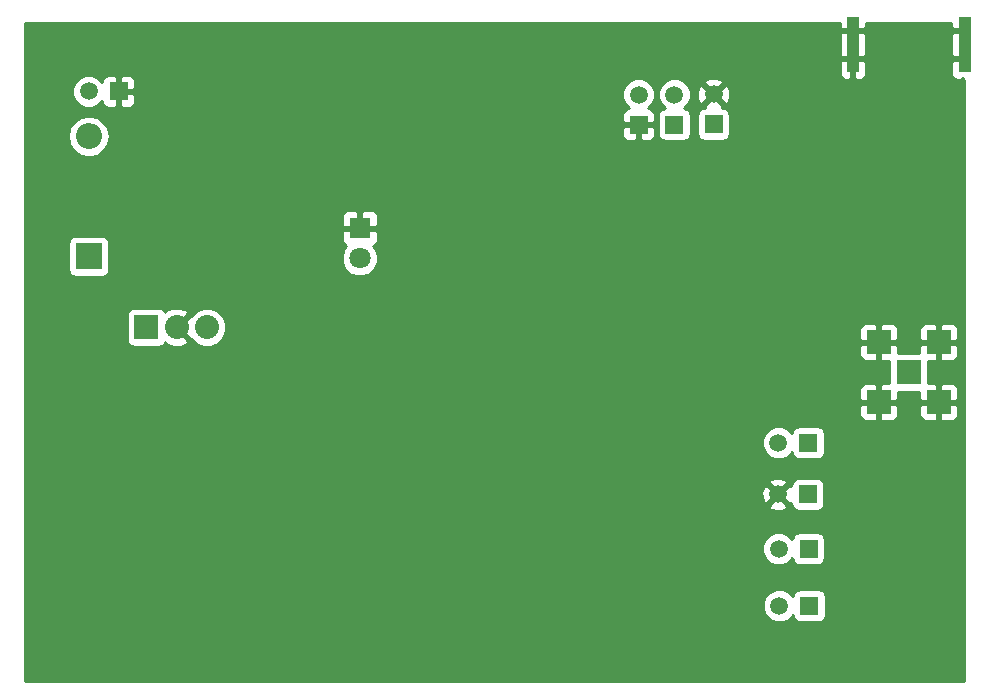
<source format=gbl>
G04 #@! TF.GenerationSoftware,KiCad,Pcbnew,(6.0.0-rc1-dev-305-gf0b8b21)*
G04 #@! TF.CreationDate,2018-11-28T21:02:02-08:00*
G04 #@! TF.ProjectId,EE173_Lab4,45453137335F4C6162342E6B69636164,rev?*
G04 #@! TF.SameCoordinates,Original*
G04 #@! TF.FileFunction,Copper,L2,Bot,Signal*
G04 #@! TF.FilePolarity,Positive*
%FSLAX46Y46*%
G04 Gerber Fmt 4.6, Leading zero omitted, Abs format (unit mm)*
G04 Created by KiCad (PCBNEW (6.0.0-rc1-dev-305-gf0b8b21)) date Wednesday, November 28, 2018 at 09:02:02 PM*
%MOMM*%
%LPD*%
G01*
G04 APERTURE LIST*
G04 #@! TA.AperFunction,ComponentPad*
%ADD10R,2.200000X2.200000*%
G04 #@! TD*
G04 #@! TA.AperFunction,ComponentPad*
%ADD11O,2.200000X2.200000*%
G04 #@! TD*
G04 #@! TA.AperFunction,ComponentPad*
%ADD12R,1.800000X1.800000*%
G04 #@! TD*
G04 #@! TA.AperFunction,ComponentPad*
%ADD13C,1.800000*%
G04 #@! TD*
G04 #@! TA.AperFunction,ComponentPad*
%ADD14C,1.500000*%
G04 #@! TD*
G04 #@! TA.AperFunction,ComponentPad*
%ADD15R,1.500000X1.500000*%
G04 #@! TD*
G04 #@! TA.AperFunction,ComponentPad*
%ADD16R,1.993900X1.993900*%
G04 #@! TD*
G04 #@! TA.AperFunction,ComponentPad*
%ADD17R,0.977900X2.362200*%
G04 #@! TD*
G04 #@! TA.AperFunction,ComponentPad*
%ADD18C,2.032000*%
G04 #@! TD*
G04 #@! TA.AperFunction,ComponentPad*
%ADD19R,2.032000X2.032000*%
G04 #@! TD*
G04 #@! TA.AperFunction,ViaPad*
%ADD20C,0.889000*%
G04 #@! TD*
G04 #@! TA.AperFunction,Conductor*
%ADD21C,0.254000*%
G04 #@! TD*
G04 APERTURE END LIST*
D10*
G04 #@! TO.P,D1,1*
G04 #@! TO.N,Net-(C2-Pad2)*
X189992000Y-53086000D03*
D11*
G04 #@! TO.P,D1,2*
G04 #@! TO.N,Net-(D1-Pad2)*
X189992000Y-42926000D03*
G04 #@! TD*
D12*
G04 #@! TO.P,D2,1*
G04 #@! TO.N,GND*
X212938004Y-50697994D03*
D13*
G04 #@! TO.P,D2,2*
G04 #@! TO.N,Net-(D2-Pad2)*
X212938004Y-53237994D03*
G04 #@! TD*
D14*
G04 #@! TO.P,J1,1*
G04 #@! TO.N,Net-(J1-Pad1)*
X236550200Y-39395400D03*
D15*
G04 #@! TO.P,J1,2*
G04 #@! TO.N,GND*
X236550200Y-41935400D03*
G04 #@! TD*
G04 #@! TO.P,J2,2*
G04 #@! TO.N,GND*
X192532000Y-39116000D03*
D14*
G04 #@! TO.P,J2,1*
G04 #@! TO.N,Net-(D1-Pad2)*
X189992000Y-39116000D03*
G04 #@! TD*
D16*
G04 #@! TO.P,J3,2*
G04 #@! TO.N,GND*
X261960000Y-60350000D03*
X261960000Y-65430000D03*
X256880000Y-60350000D03*
X256880000Y-65430000D03*
G04 #@! TO.P,J3,1*
G04 #@! TO.N,Net-(J3-Pad1)*
X259420000Y-62890000D03*
G04 #@! TD*
D17*
G04 #@! TO.P,J4,2*
G04 #@! TO.N,GND*
X264151110Y-36322000D03*
X264151110Y-33959800D03*
X254689610Y-36322000D03*
X254689610Y-33959800D03*
G04 #@! TD*
D14*
G04 #@! TO.P,JP1,1*
G04 #@! TO.N,Net-(J1-Pad1)*
X239585500Y-39382700D03*
D15*
G04 #@! TO.P,JP1,2*
G04 #@! TO.N,Net-(C1-Pad2)*
X239585500Y-41922700D03*
G04 #@! TD*
G04 #@! TO.P,JP2,2*
G04 #@! TO.N,Net-(C1-Pad2)*
X242900200Y-41910000D03*
D14*
G04 #@! TO.P,JP2,1*
G04 #@! TO.N,GND*
X242900200Y-39370000D03*
G04 #@! TD*
G04 #@! TO.P,JP3,1*
G04 #@! TO.N,GND*
X248350000Y-73230000D03*
D15*
G04 #@! TO.P,JP3,2*
G04 #@! TO.N,Net-(J3-Pad1)*
X250890000Y-73230000D03*
G04 #@! TD*
G04 #@! TO.P,JP4,2*
G04 #@! TO.N,Net-(JP4-Pad2)*
X250940000Y-77830000D03*
D14*
G04 #@! TO.P,JP4,1*
G04 #@! TO.N,Net-(JP4-Pad1)*
X248400000Y-77830000D03*
G04 #@! TD*
G04 #@! TO.P,JP5,1*
G04 #@! TO.N,Net-(JP4-Pad1)*
X248470000Y-82660000D03*
D15*
G04 #@! TO.P,JP5,2*
G04 #@! TO.N,Net-(JP5-Pad2)*
X251010000Y-82660000D03*
G04 #@! TD*
G04 #@! TO.P,JP6,2*
G04 #@! TO.N,Net-(J3-Pad1)*
X250930000Y-68860000D03*
D14*
G04 #@! TO.P,JP6,1*
G04 #@! TO.N,Net-(JP4-Pad1)*
X248390000Y-68860000D03*
G04 #@! TD*
D18*
G04 #@! TO.P,U2,3*
G04 #@! TO.N,+6V*
X199984004Y-59079994D03*
G04 #@! TO.P,U2,2*
G04 #@! TO.N,GND*
X197434004Y-59079994D03*
D19*
G04 #@! TO.P,U2,1*
G04 #@! TO.N,Net-(C2-Pad2)*
X194884004Y-59079994D03*
G04 #@! TD*
D20*
G04 #@! TO.N,GND*
X234358307Y-74490910D03*
X250868307Y-45280910D03*
X200068307Y-46550910D03*
X226738307Y-54170910D03*
X226738307Y-40200910D03*
X197528307Y-70680910D03*
X221658307Y-64330910D03*
G04 #@! TD*
D21*
G04 #@! TO.N,GND*
G36*
X253565660Y-33674050D02*
X253724410Y-33832800D01*
X254562610Y-33832800D01*
X254562610Y-33812800D01*
X254816610Y-33812800D01*
X254816610Y-33832800D01*
X255654810Y-33832800D01*
X255813560Y-33674050D01*
X255813560Y-33290910D01*
X263027160Y-33290910D01*
X263027160Y-33674050D01*
X263185910Y-33832800D01*
X264024110Y-33832800D01*
X264024110Y-33812800D01*
X264128307Y-33812800D01*
X264128307Y-34106800D01*
X264024110Y-34106800D01*
X264024110Y-34086800D01*
X263185910Y-34086800D01*
X263027160Y-34245550D01*
X263027160Y-36036250D01*
X263185910Y-36195000D01*
X264024110Y-36195000D01*
X264024110Y-36175000D01*
X264128307Y-36175000D01*
X264128307Y-36469000D01*
X264024110Y-36469000D01*
X264024110Y-36449000D01*
X263185910Y-36449000D01*
X263027160Y-36607750D01*
X263027160Y-37629410D01*
X263123833Y-37862799D01*
X263302462Y-38041427D01*
X263535851Y-38138100D01*
X263865360Y-38138100D01*
X264024108Y-37979352D01*
X264024108Y-38138100D01*
X264128307Y-38138100D01*
X264128308Y-89020910D01*
X184617004Y-89020910D01*
X184617004Y-82384506D01*
X247085000Y-82384506D01*
X247085000Y-82935494D01*
X247295853Y-83444540D01*
X247685460Y-83834147D01*
X248194506Y-84045000D01*
X248745494Y-84045000D01*
X249254540Y-83834147D01*
X249623531Y-83465156D01*
X249661843Y-83657765D01*
X249802191Y-83867809D01*
X250012235Y-84008157D01*
X250260000Y-84057440D01*
X251760000Y-84057440D01*
X252007765Y-84008157D01*
X252217809Y-83867809D01*
X252358157Y-83657765D01*
X252407440Y-83410000D01*
X252407440Y-81910000D01*
X252358157Y-81662235D01*
X252217809Y-81452191D01*
X252007765Y-81311843D01*
X251760000Y-81262560D01*
X250260000Y-81262560D01*
X250012235Y-81311843D01*
X249802191Y-81452191D01*
X249661843Y-81662235D01*
X249623531Y-81854844D01*
X249254540Y-81485853D01*
X248745494Y-81275000D01*
X248194506Y-81275000D01*
X247685460Y-81485853D01*
X247295853Y-81875460D01*
X247085000Y-82384506D01*
X184617004Y-82384506D01*
X184617004Y-77554506D01*
X247015000Y-77554506D01*
X247015000Y-78105494D01*
X247225853Y-78614540D01*
X247615460Y-79004147D01*
X248124506Y-79215000D01*
X248675494Y-79215000D01*
X249184540Y-79004147D01*
X249553531Y-78635156D01*
X249591843Y-78827765D01*
X249732191Y-79037809D01*
X249942235Y-79178157D01*
X250190000Y-79227440D01*
X251690000Y-79227440D01*
X251937765Y-79178157D01*
X252147809Y-79037809D01*
X252288157Y-78827765D01*
X252337440Y-78580000D01*
X252337440Y-77080000D01*
X252288157Y-76832235D01*
X252147809Y-76622191D01*
X251937765Y-76481843D01*
X251690000Y-76432560D01*
X250190000Y-76432560D01*
X249942235Y-76481843D01*
X249732191Y-76622191D01*
X249591843Y-76832235D01*
X249553531Y-77024844D01*
X249184540Y-76655853D01*
X248675494Y-76445000D01*
X248124506Y-76445000D01*
X247615460Y-76655853D01*
X247225853Y-77045460D01*
X247015000Y-77554506D01*
X184617004Y-77554506D01*
X184617004Y-74201517D01*
X247558088Y-74201517D01*
X247626077Y-74442460D01*
X248145171Y-74627201D01*
X248695448Y-74599230D01*
X249073923Y-74442460D01*
X249141912Y-74201517D01*
X248350000Y-73409605D01*
X247558088Y-74201517D01*
X184617004Y-74201517D01*
X184617004Y-73025171D01*
X246952799Y-73025171D01*
X246980770Y-73575448D01*
X247137540Y-73953923D01*
X247378483Y-74021912D01*
X248170395Y-73230000D01*
X248529605Y-73230000D01*
X249321517Y-74021912D01*
X249492560Y-73973647D01*
X249492560Y-73980000D01*
X249541843Y-74227765D01*
X249682191Y-74437809D01*
X249892235Y-74578157D01*
X250140000Y-74627440D01*
X251640000Y-74627440D01*
X251887765Y-74578157D01*
X252097809Y-74437809D01*
X252238157Y-74227765D01*
X252287440Y-73980000D01*
X252287440Y-72480000D01*
X252238157Y-72232235D01*
X252097809Y-72022191D01*
X251887765Y-71881843D01*
X251640000Y-71832560D01*
X250140000Y-71832560D01*
X249892235Y-71881843D01*
X249682191Y-72022191D01*
X249541843Y-72232235D01*
X249492560Y-72480000D01*
X249492560Y-72486353D01*
X249321517Y-72438088D01*
X248529605Y-73230000D01*
X248170395Y-73230000D01*
X247378483Y-72438088D01*
X247137540Y-72506077D01*
X246952799Y-73025171D01*
X184617004Y-73025171D01*
X184617004Y-72258483D01*
X247558088Y-72258483D01*
X248350000Y-73050395D01*
X249141912Y-72258483D01*
X249073923Y-72017540D01*
X248554829Y-71832799D01*
X248004552Y-71860770D01*
X247626077Y-72017540D01*
X247558088Y-72258483D01*
X184617004Y-72258483D01*
X184617004Y-68584506D01*
X247005000Y-68584506D01*
X247005000Y-69135494D01*
X247215853Y-69644540D01*
X247605460Y-70034147D01*
X248114506Y-70245000D01*
X248665494Y-70245000D01*
X249174540Y-70034147D01*
X249543531Y-69665156D01*
X249581843Y-69857765D01*
X249722191Y-70067809D01*
X249932235Y-70208157D01*
X250180000Y-70257440D01*
X251680000Y-70257440D01*
X251927765Y-70208157D01*
X252137809Y-70067809D01*
X252278157Y-69857765D01*
X252327440Y-69610000D01*
X252327440Y-68110000D01*
X252278157Y-67862235D01*
X252137809Y-67652191D01*
X251927765Y-67511843D01*
X251680000Y-67462560D01*
X250180000Y-67462560D01*
X249932235Y-67511843D01*
X249722191Y-67652191D01*
X249581843Y-67862235D01*
X249543531Y-68054844D01*
X249174540Y-67685853D01*
X248665494Y-67475000D01*
X248114506Y-67475000D01*
X247605460Y-67685853D01*
X247215853Y-68075460D01*
X247005000Y-68584506D01*
X184617004Y-68584506D01*
X184617004Y-65715750D01*
X255248050Y-65715750D01*
X255248050Y-66553259D01*
X255344723Y-66786648D01*
X255523351Y-66965277D01*
X255756740Y-67061950D01*
X256594250Y-67061950D01*
X256753000Y-66903200D01*
X256753000Y-65557000D01*
X257007000Y-65557000D01*
X257007000Y-66903200D01*
X257165750Y-67061950D01*
X258003260Y-67061950D01*
X258236649Y-66965277D01*
X258415277Y-66786648D01*
X258511950Y-66553259D01*
X258511950Y-65715750D01*
X260328050Y-65715750D01*
X260328050Y-66553259D01*
X260424723Y-66786648D01*
X260603351Y-66965277D01*
X260836740Y-67061950D01*
X261674250Y-67061950D01*
X261833000Y-66903200D01*
X261833000Y-65557000D01*
X262087000Y-65557000D01*
X262087000Y-66903200D01*
X262245750Y-67061950D01*
X263083260Y-67061950D01*
X263316649Y-66965277D01*
X263495277Y-66786648D01*
X263591950Y-66553259D01*
X263591950Y-65715750D01*
X263433200Y-65557000D01*
X262087000Y-65557000D01*
X261833000Y-65557000D01*
X260486800Y-65557000D01*
X260328050Y-65715750D01*
X258511950Y-65715750D01*
X258353200Y-65557000D01*
X257007000Y-65557000D01*
X256753000Y-65557000D01*
X255406800Y-65557000D01*
X255248050Y-65715750D01*
X184617004Y-65715750D01*
X184617004Y-64306741D01*
X255248050Y-64306741D01*
X255248050Y-65144250D01*
X255406800Y-65303000D01*
X256753000Y-65303000D01*
X256753000Y-63956800D01*
X256594250Y-63798050D01*
X255756740Y-63798050D01*
X255523351Y-63894723D01*
X255344723Y-64073352D01*
X255248050Y-64306741D01*
X184617004Y-64306741D01*
X184617004Y-58063994D01*
X193220564Y-58063994D01*
X193220564Y-60095994D01*
X193269847Y-60343759D01*
X193410195Y-60553803D01*
X193620239Y-60694151D01*
X193868004Y-60743434D01*
X195900004Y-60743434D01*
X196147769Y-60694151D01*
X196357813Y-60553803D01*
X196490913Y-60354607D01*
X196550124Y-60512616D01*
X197165646Y-60741810D01*
X197822023Y-60718008D01*
X198317884Y-60512616D01*
X198418506Y-60244101D01*
X197434004Y-59259599D01*
X197419862Y-59273742D01*
X197240257Y-59094137D01*
X197254399Y-59079994D01*
X197613609Y-59079994D01*
X198598111Y-60064496D01*
X198623955Y-60054811D01*
X199048788Y-60479644D01*
X199655600Y-60730994D01*
X200312408Y-60730994D01*
X200542347Y-60635750D01*
X255248050Y-60635750D01*
X255248050Y-61473259D01*
X255344723Y-61706648D01*
X255523351Y-61885277D01*
X255756740Y-61981950D01*
X256594250Y-61981950D01*
X256753000Y-61823200D01*
X256753000Y-60477000D01*
X257007000Y-60477000D01*
X257007000Y-61823200D01*
X257165750Y-61981950D01*
X257775610Y-61981950D01*
X257775610Y-63798050D01*
X257165750Y-63798050D01*
X257007000Y-63956800D01*
X257007000Y-65303000D01*
X258353200Y-65303000D01*
X258511950Y-65144250D01*
X258511950Y-64534390D01*
X260328050Y-64534390D01*
X260328050Y-65144250D01*
X260486800Y-65303000D01*
X261833000Y-65303000D01*
X261833000Y-63956800D01*
X262087000Y-63956800D01*
X262087000Y-65303000D01*
X263433200Y-65303000D01*
X263591950Y-65144250D01*
X263591950Y-64306741D01*
X263495277Y-64073352D01*
X263316649Y-63894723D01*
X263083260Y-63798050D01*
X262245750Y-63798050D01*
X262087000Y-63956800D01*
X261833000Y-63956800D01*
X261674250Y-63798050D01*
X261064390Y-63798050D01*
X261064390Y-61981950D01*
X261674250Y-61981950D01*
X261833000Y-61823200D01*
X261833000Y-60477000D01*
X262087000Y-60477000D01*
X262087000Y-61823200D01*
X262245750Y-61981950D01*
X263083260Y-61981950D01*
X263316649Y-61885277D01*
X263495277Y-61706648D01*
X263591950Y-61473259D01*
X263591950Y-60635750D01*
X263433200Y-60477000D01*
X262087000Y-60477000D01*
X261833000Y-60477000D01*
X260486800Y-60477000D01*
X260328050Y-60635750D01*
X260328050Y-61245610D01*
X258511950Y-61245610D01*
X258511950Y-60635750D01*
X258353200Y-60477000D01*
X257007000Y-60477000D01*
X256753000Y-60477000D01*
X255406800Y-60477000D01*
X255248050Y-60635750D01*
X200542347Y-60635750D01*
X200919220Y-60479644D01*
X201383654Y-60015210D01*
X201635004Y-59408398D01*
X201635004Y-59226741D01*
X255248050Y-59226741D01*
X255248050Y-60064250D01*
X255406800Y-60223000D01*
X256753000Y-60223000D01*
X256753000Y-58876800D01*
X257007000Y-58876800D01*
X257007000Y-60223000D01*
X258353200Y-60223000D01*
X258511950Y-60064250D01*
X258511950Y-59226741D01*
X260328050Y-59226741D01*
X260328050Y-60064250D01*
X260486800Y-60223000D01*
X261833000Y-60223000D01*
X261833000Y-58876800D01*
X262087000Y-58876800D01*
X262087000Y-60223000D01*
X263433200Y-60223000D01*
X263591950Y-60064250D01*
X263591950Y-59226741D01*
X263495277Y-58993352D01*
X263316649Y-58814723D01*
X263083260Y-58718050D01*
X262245750Y-58718050D01*
X262087000Y-58876800D01*
X261833000Y-58876800D01*
X261674250Y-58718050D01*
X260836740Y-58718050D01*
X260603351Y-58814723D01*
X260424723Y-58993352D01*
X260328050Y-59226741D01*
X258511950Y-59226741D01*
X258415277Y-58993352D01*
X258236649Y-58814723D01*
X258003260Y-58718050D01*
X257165750Y-58718050D01*
X257007000Y-58876800D01*
X256753000Y-58876800D01*
X256594250Y-58718050D01*
X255756740Y-58718050D01*
X255523351Y-58814723D01*
X255344723Y-58993352D01*
X255248050Y-59226741D01*
X201635004Y-59226741D01*
X201635004Y-58751590D01*
X201383654Y-58144778D01*
X200919220Y-57680344D01*
X200312408Y-57428994D01*
X199655600Y-57428994D01*
X199048788Y-57680344D01*
X198623955Y-58105177D01*
X198598111Y-58095492D01*
X197613609Y-59079994D01*
X197254399Y-59079994D01*
X197240257Y-59065852D01*
X197419862Y-58886247D01*
X197434004Y-58900389D01*
X198418506Y-57915887D01*
X198317884Y-57647372D01*
X197702362Y-57418178D01*
X197045985Y-57441980D01*
X196550124Y-57647372D01*
X196490913Y-57805381D01*
X196357813Y-57606185D01*
X196147769Y-57465837D01*
X195900004Y-57416554D01*
X193868004Y-57416554D01*
X193620239Y-57465837D01*
X193410195Y-57606185D01*
X193269847Y-57816229D01*
X193220564Y-58063994D01*
X184617004Y-58063994D01*
X184617004Y-51986000D01*
X188244560Y-51986000D01*
X188244560Y-54186000D01*
X188293843Y-54433765D01*
X188434191Y-54643809D01*
X188644235Y-54784157D01*
X188892000Y-54833440D01*
X191092000Y-54833440D01*
X191339765Y-54784157D01*
X191549809Y-54643809D01*
X191690157Y-54433765D01*
X191739440Y-54186000D01*
X191739440Y-51986000D01*
X191690157Y-51738235D01*
X191549809Y-51528191D01*
X191339765Y-51387843D01*
X191092000Y-51338560D01*
X188892000Y-51338560D01*
X188644235Y-51387843D01*
X188434191Y-51528191D01*
X188293843Y-51738235D01*
X188244560Y-51986000D01*
X184617004Y-51986000D01*
X184617004Y-50983744D01*
X211403004Y-50983744D01*
X211403004Y-51724303D01*
X211499677Y-51957692D01*
X211678305Y-52136321D01*
X211813048Y-52192133D01*
X211636694Y-52368487D01*
X211403004Y-52932664D01*
X211403004Y-53543324D01*
X211636694Y-54107501D01*
X212068497Y-54539304D01*
X212632674Y-54772994D01*
X213243334Y-54772994D01*
X213807511Y-54539304D01*
X214239314Y-54107501D01*
X214473004Y-53543324D01*
X214473004Y-52932664D01*
X214239314Y-52368487D01*
X214062960Y-52192133D01*
X214197703Y-52136321D01*
X214376331Y-51957692D01*
X214473004Y-51724303D01*
X214473004Y-50983744D01*
X214314254Y-50824994D01*
X213065004Y-50824994D01*
X213065004Y-50844994D01*
X212811004Y-50844994D01*
X212811004Y-50824994D01*
X211561754Y-50824994D01*
X211403004Y-50983744D01*
X184617004Y-50983744D01*
X184617004Y-49671685D01*
X211403004Y-49671685D01*
X211403004Y-50412244D01*
X211561754Y-50570994D01*
X212811004Y-50570994D01*
X212811004Y-49321744D01*
X213065004Y-49321744D01*
X213065004Y-50570994D01*
X214314254Y-50570994D01*
X214473004Y-50412244D01*
X214473004Y-49671685D01*
X214376331Y-49438296D01*
X214197703Y-49259667D01*
X213964314Y-49162994D01*
X213223754Y-49162994D01*
X213065004Y-49321744D01*
X212811004Y-49321744D01*
X212652254Y-49162994D01*
X211911694Y-49162994D01*
X211678305Y-49259667D01*
X211499677Y-49438296D01*
X211403004Y-49671685D01*
X184617004Y-49671685D01*
X184617004Y-42926000D01*
X188223010Y-42926000D01*
X188357666Y-43602963D01*
X188741135Y-44176865D01*
X189315037Y-44560334D01*
X189821120Y-44661000D01*
X190162880Y-44661000D01*
X190668963Y-44560334D01*
X191242865Y-44176865D01*
X191626334Y-43602963D01*
X191760990Y-42926000D01*
X191626334Y-42249037D01*
X191607701Y-42221150D01*
X235165200Y-42221150D01*
X235165200Y-42811709D01*
X235261873Y-43045098D01*
X235440501Y-43223727D01*
X235673890Y-43320400D01*
X236264450Y-43320400D01*
X236423200Y-43161650D01*
X236423200Y-42062400D01*
X236677200Y-42062400D01*
X236677200Y-43161650D01*
X236835950Y-43320400D01*
X237426510Y-43320400D01*
X237659899Y-43223727D01*
X237838527Y-43045098D01*
X237935200Y-42811709D01*
X237935200Y-42221150D01*
X237776450Y-42062400D01*
X236677200Y-42062400D01*
X236423200Y-42062400D01*
X235323950Y-42062400D01*
X235165200Y-42221150D01*
X191607701Y-42221150D01*
X191242865Y-41675135D01*
X190668963Y-41291666D01*
X190162880Y-41191000D01*
X189821120Y-41191000D01*
X189315037Y-41291666D01*
X188741135Y-41675135D01*
X188357666Y-42249037D01*
X188223010Y-42926000D01*
X184617004Y-42926000D01*
X184617004Y-38840506D01*
X188607000Y-38840506D01*
X188607000Y-39391494D01*
X188817853Y-39900540D01*
X189207460Y-40290147D01*
X189716506Y-40501000D01*
X190267494Y-40501000D01*
X190776540Y-40290147D01*
X191147000Y-39919687D01*
X191147000Y-39992310D01*
X191243673Y-40225699D01*
X191422302Y-40404327D01*
X191655691Y-40501000D01*
X192246250Y-40501000D01*
X192405000Y-40342250D01*
X192405000Y-39243000D01*
X192659000Y-39243000D01*
X192659000Y-40342250D01*
X192817750Y-40501000D01*
X193408309Y-40501000D01*
X193641698Y-40404327D01*
X193820327Y-40225699D01*
X193917000Y-39992310D01*
X193917000Y-39401750D01*
X193758250Y-39243000D01*
X192659000Y-39243000D01*
X192405000Y-39243000D01*
X192385000Y-39243000D01*
X192385000Y-39119906D01*
X235165200Y-39119906D01*
X235165200Y-39670894D01*
X235376053Y-40179940D01*
X235746513Y-40550400D01*
X235673890Y-40550400D01*
X235440501Y-40647073D01*
X235261873Y-40825702D01*
X235165200Y-41059091D01*
X235165200Y-41649650D01*
X235323950Y-41808400D01*
X236423200Y-41808400D01*
X236423200Y-41788400D01*
X236677200Y-41788400D01*
X236677200Y-41808400D01*
X237776450Y-41808400D01*
X237935200Y-41649650D01*
X237935200Y-41172700D01*
X238188060Y-41172700D01*
X238188060Y-42672700D01*
X238237343Y-42920465D01*
X238377691Y-43130509D01*
X238587735Y-43270857D01*
X238835500Y-43320140D01*
X240335500Y-43320140D01*
X240583265Y-43270857D01*
X240793309Y-43130509D01*
X240933657Y-42920465D01*
X240982940Y-42672700D01*
X240982940Y-41172700D01*
X240980414Y-41160000D01*
X241502760Y-41160000D01*
X241502760Y-42660000D01*
X241552043Y-42907765D01*
X241692391Y-43117809D01*
X241902435Y-43258157D01*
X242150200Y-43307440D01*
X243650200Y-43307440D01*
X243897965Y-43258157D01*
X244108009Y-43117809D01*
X244248357Y-42907765D01*
X244297640Y-42660000D01*
X244297640Y-41160000D01*
X244248357Y-40912235D01*
X244108009Y-40702191D01*
X243897965Y-40561843D01*
X243650200Y-40512560D01*
X243643847Y-40512560D01*
X243692112Y-40341517D01*
X242900200Y-39549605D01*
X242108288Y-40341517D01*
X242156553Y-40512560D01*
X242150200Y-40512560D01*
X241902435Y-40561843D01*
X241692391Y-40702191D01*
X241552043Y-40912235D01*
X241502760Y-41160000D01*
X240980414Y-41160000D01*
X240933657Y-40924935D01*
X240793309Y-40714891D01*
X240583265Y-40574543D01*
X240390656Y-40536231D01*
X240759647Y-40167240D01*
X240970500Y-39658194D01*
X240970500Y-39165171D01*
X241502999Y-39165171D01*
X241530970Y-39715448D01*
X241687740Y-40093923D01*
X241928683Y-40161912D01*
X242720595Y-39370000D01*
X243079805Y-39370000D01*
X243871717Y-40161912D01*
X244112660Y-40093923D01*
X244297401Y-39574829D01*
X244269430Y-39024552D01*
X244112660Y-38646077D01*
X243871717Y-38578088D01*
X243079805Y-39370000D01*
X242720595Y-39370000D01*
X241928683Y-38578088D01*
X241687740Y-38646077D01*
X241502999Y-39165171D01*
X240970500Y-39165171D01*
X240970500Y-39107206D01*
X240759647Y-38598160D01*
X240559970Y-38398483D01*
X242108288Y-38398483D01*
X242900200Y-39190395D01*
X243692112Y-38398483D01*
X243624123Y-38157540D01*
X243105029Y-37972799D01*
X242554752Y-38000770D01*
X242176277Y-38157540D01*
X242108288Y-38398483D01*
X240559970Y-38398483D01*
X240370040Y-38208553D01*
X239860994Y-37997700D01*
X239310006Y-37997700D01*
X238800960Y-38208553D01*
X238411353Y-38598160D01*
X238200500Y-39107206D01*
X238200500Y-39658194D01*
X238411353Y-40167240D01*
X238780344Y-40536231D01*
X238587735Y-40574543D01*
X238377691Y-40714891D01*
X238237343Y-40924935D01*
X238188060Y-41172700D01*
X237935200Y-41172700D01*
X237935200Y-41059091D01*
X237838527Y-40825702D01*
X237659899Y-40647073D01*
X237426510Y-40550400D01*
X237353887Y-40550400D01*
X237724347Y-40179940D01*
X237935200Y-39670894D01*
X237935200Y-39119906D01*
X237724347Y-38610860D01*
X237334740Y-38221253D01*
X236825694Y-38010400D01*
X236274706Y-38010400D01*
X235765660Y-38221253D01*
X235376053Y-38610860D01*
X235165200Y-39119906D01*
X192385000Y-39119906D01*
X192385000Y-38989000D01*
X192405000Y-38989000D01*
X192405000Y-37889750D01*
X192659000Y-37889750D01*
X192659000Y-38989000D01*
X193758250Y-38989000D01*
X193917000Y-38830250D01*
X193917000Y-38239690D01*
X193820327Y-38006301D01*
X193641698Y-37827673D01*
X193408309Y-37731000D01*
X192817750Y-37731000D01*
X192659000Y-37889750D01*
X192405000Y-37889750D01*
X192246250Y-37731000D01*
X191655691Y-37731000D01*
X191422302Y-37827673D01*
X191243673Y-38006301D01*
X191147000Y-38239690D01*
X191147000Y-38312313D01*
X190776540Y-37941853D01*
X190267494Y-37731000D01*
X189716506Y-37731000D01*
X189207460Y-37941853D01*
X188817853Y-38331460D01*
X188607000Y-38840506D01*
X184617004Y-38840506D01*
X184617004Y-36607750D01*
X253565660Y-36607750D01*
X253565660Y-37629410D01*
X253662333Y-37862799D01*
X253840962Y-38041427D01*
X254074351Y-38138100D01*
X254403860Y-38138100D01*
X254562610Y-37979350D01*
X254562610Y-36449000D01*
X254816610Y-36449000D01*
X254816610Y-37979350D01*
X254975360Y-38138100D01*
X255304869Y-38138100D01*
X255538258Y-38041427D01*
X255716887Y-37862799D01*
X255813560Y-37629410D01*
X255813560Y-36607750D01*
X255654810Y-36449000D01*
X254816610Y-36449000D01*
X254562610Y-36449000D01*
X253724410Y-36449000D01*
X253565660Y-36607750D01*
X184617004Y-36607750D01*
X184617004Y-34245550D01*
X253565660Y-34245550D01*
X253565660Y-36036250D01*
X253724410Y-36195000D01*
X254562610Y-36195000D01*
X254562610Y-34086800D01*
X254816610Y-34086800D01*
X254816610Y-36195000D01*
X255654810Y-36195000D01*
X255813560Y-36036250D01*
X255813560Y-34245550D01*
X255654810Y-34086800D01*
X254816610Y-34086800D01*
X254562610Y-34086800D01*
X253724410Y-34086800D01*
X253565660Y-34245550D01*
X184617004Y-34245550D01*
X184617004Y-33290910D01*
X253565660Y-33290910D01*
X253565660Y-33674050D01*
X253565660Y-33674050D01*
G37*
X253565660Y-33674050D02*
X253724410Y-33832800D01*
X254562610Y-33832800D01*
X254562610Y-33812800D01*
X254816610Y-33812800D01*
X254816610Y-33832800D01*
X255654810Y-33832800D01*
X255813560Y-33674050D01*
X255813560Y-33290910D01*
X263027160Y-33290910D01*
X263027160Y-33674050D01*
X263185910Y-33832800D01*
X264024110Y-33832800D01*
X264024110Y-33812800D01*
X264128307Y-33812800D01*
X264128307Y-34106800D01*
X264024110Y-34106800D01*
X264024110Y-34086800D01*
X263185910Y-34086800D01*
X263027160Y-34245550D01*
X263027160Y-36036250D01*
X263185910Y-36195000D01*
X264024110Y-36195000D01*
X264024110Y-36175000D01*
X264128307Y-36175000D01*
X264128307Y-36469000D01*
X264024110Y-36469000D01*
X264024110Y-36449000D01*
X263185910Y-36449000D01*
X263027160Y-36607750D01*
X263027160Y-37629410D01*
X263123833Y-37862799D01*
X263302462Y-38041427D01*
X263535851Y-38138100D01*
X263865360Y-38138100D01*
X264024108Y-37979352D01*
X264024108Y-38138100D01*
X264128307Y-38138100D01*
X264128308Y-89020910D01*
X184617004Y-89020910D01*
X184617004Y-82384506D01*
X247085000Y-82384506D01*
X247085000Y-82935494D01*
X247295853Y-83444540D01*
X247685460Y-83834147D01*
X248194506Y-84045000D01*
X248745494Y-84045000D01*
X249254540Y-83834147D01*
X249623531Y-83465156D01*
X249661843Y-83657765D01*
X249802191Y-83867809D01*
X250012235Y-84008157D01*
X250260000Y-84057440D01*
X251760000Y-84057440D01*
X252007765Y-84008157D01*
X252217809Y-83867809D01*
X252358157Y-83657765D01*
X252407440Y-83410000D01*
X252407440Y-81910000D01*
X252358157Y-81662235D01*
X252217809Y-81452191D01*
X252007765Y-81311843D01*
X251760000Y-81262560D01*
X250260000Y-81262560D01*
X250012235Y-81311843D01*
X249802191Y-81452191D01*
X249661843Y-81662235D01*
X249623531Y-81854844D01*
X249254540Y-81485853D01*
X248745494Y-81275000D01*
X248194506Y-81275000D01*
X247685460Y-81485853D01*
X247295853Y-81875460D01*
X247085000Y-82384506D01*
X184617004Y-82384506D01*
X184617004Y-77554506D01*
X247015000Y-77554506D01*
X247015000Y-78105494D01*
X247225853Y-78614540D01*
X247615460Y-79004147D01*
X248124506Y-79215000D01*
X248675494Y-79215000D01*
X249184540Y-79004147D01*
X249553531Y-78635156D01*
X249591843Y-78827765D01*
X249732191Y-79037809D01*
X249942235Y-79178157D01*
X250190000Y-79227440D01*
X251690000Y-79227440D01*
X251937765Y-79178157D01*
X252147809Y-79037809D01*
X252288157Y-78827765D01*
X252337440Y-78580000D01*
X252337440Y-77080000D01*
X252288157Y-76832235D01*
X252147809Y-76622191D01*
X251937765Y-76481843D01*
X251690000Y-76432560D01*
X250190000Y-76432560D01*
X249942235Y-76481843D01*
X249732191Y-76622191D01*
X249591843Y-76832235D01*
X249553531Y-77024844D01*
X249184540Y-76655853D01*
X248675494Y-76445000D01*
X248124506Y-76445000D01*
X247615460Y-76655853D01*
X247225853Y-77045460D01*
X247015000Y-77554506D01*
X184617004Y-77554506D01*
X184617004Y-74201517D01*
X247558088Y-74201517D01*
X247626077Y-74442460D01*
X248145171Y-74627201D01*
X248695448Y-74599230D01*
X249073923Y-74442460D01*
X249141912Y-74201517D01*
X248350000Y-73409605D01*
X247558088Y-74201517D01*
X184617004Y-74201517D01*
X184617004Y-73025171D01*
X246952799Y-73025171D01*
X246980770Y-73575448D01*
X247137540Y-73953923D01*
X247378483Y-74021912D01*
X248170395Y-73230000D01*
X248529605Y-73230000D01*
X249321517Y-74021912D01*
X249492560Y-73973647D01*
X249492560Y-73980000D01*
X249541843Y-74227765D01*
X249682191Y-74437809D01*
X249892235Y-74578157D01*
X250140000Y-74627440D01*
X251640000Y-74627440D01*
X251887765Y-74578157D01*
X252097809Y-74437809D01*
X252238157Y-74227765D01*
X252287440Y-73980000D01*
X252287440Y-72480000D01*
X252238157Y-72232235D01*
X252097809Y-72022191D01*
X251887765Y-71881843D01*
X251640000Y-71832560D01*
X250140000Y-71832560D01*
X249892235Y-71881843D01*
X249682191Y-72022191D01*
X249541843Y-72232235D01*
X249492560Y-72480000D01*
X249492560Y-72486353D01*
X249321517Y-72438088D01*
X248529605Y-73230000D01*
X248170395Y-73230000D01*
X247378483Y-72438088D01*
X247137540Y-72506077D01*
X246952799Y-73025171D01*
X184617004Y-73025171D01*
X184617004Y-72258483D01*
X247558088Y-72258483D01*
X248350000Y-73050395D01*
X249141912Y-72258483D01*
X249073923Y-72017540D01*
X248554829Y-71832799D01*
X248004552Y-71860770D01*
X247626077Y-72017540D01*
X247558088Y-72258483D01*
X184617004Y-72258483D01*
X184617004Y-68584506D01*
X247005000Y-68584506D01*
X247005000Y-69135494D01*
X247215853Y-69644540D01*
X247605460Y-70034147D01*
X248114506Y-70245000D01*
X248665494Y-70245000D01*
X249174540Y-70034147D01*
X249543531Y-69665156D01*
X249581843Y-69857765D01*
X249722191Y-70067809D01*
X249932235Y-70208157D01*
X250180000Y-70257440D01*
X251680000Y-70257440D01*
X251927765Y-70208157D01*
X252137809Y-70067809D01*
X252278157Y-69857765D01*
X252327440Y-69610000D01*
X252327440Y-68110000D01*
X252278157Y-67862235D01*
X252137809Y-67652191D01*
X251927765Y-67511843D01*
X251680000Y-67462560D01*
X250180000Y-67462560D01*
X249932235Y-67511843D01*
X249722191Y-67652191D01*
X249581843Y-67862235D01*
X249543531Y-68054844D01*
X249174540Y-67685853D01*
X248665494Y-67475000D01*
X248114506Y-67475000D01*
X247605460Y-67685853D01*
X247215853Y-68075460D01*
X247005000Y-68584506D01*
X184617004Y-68584506D01*
X184617004Y-65715750D01*
X255248050Y-65715750D01*
X255248050Y-66553259D01*
X255344723Y-66786648D01*
X255523351Y-66965277D01*
X255756740Y-67061950D01*
X256594250Y-67061950D01*
X256753000Y-66903200D01*
X256753000Y-65557000D01*
X257007000Y-65557000D01*
X257007000Y-66903200D01*
X257165750Y-67061950D01*
X258003260Y-67061950D01*
X258236649Y-66965277D01*
X258415277Y-66786648D01*
X258511950Y-66553259D01*
X258511950Y-65715750D01*
X260328050Y-65715750D01*
X260328050Y-66553259D01*
X260424723Y-66786648D01*
X260603351Y-66965277D01*
X260836740Y-67061950D01*
X261674250Y-67061950D01*
X261833000Y-66903200D01*
X261833000Y-65557000D01*
X262087000Y-65557000D01*
X262087000Y-66903200D01*
X262245750Y-67061950D01*
X263083260Y-67061950D01*
X263316649Y-66965277D01*
X263495277Y-66786648D01*
X263591950Y-66553259D01*
X263591950Y-65715750D01*
X263433200Y-65557000D01*
X262087000Y-65557000D01*
X261833000Y-65557000D01*
X260486800Y-65557000D01*
X260328050Y-65715750D01*
X258511950Y-65715750D01*
X258353200Y-65557000D01*
X257007000Y-65557000D01*
X256753000Y-65557000D01*
X255406800Y-65557000D01*
X255248050Y-65715750D01*
X184617004Y-65715750D01*
X184617004Y-64306741D01*
X255248050Y-64306741D01*
X255248050Y-65144250D01*
X255406800Y-65303000D01*
X256753000Y-65303000D01*
X256753000Y-63956800D01*
X256594250Y-63798050D01*
X255756740Y-63798050D01*
X255523351Y-63894723D01*
X255344723Y-64073352D01*
X255248050Y-64306741D01*
X184617004Y-64306741D01*
X184617004Y-58063994D01*
X193220564Y-58063994D01*
X193220564Y-60095994D01*
X193269847Y-60343759D01*
X193410195Y-60553803D01*
X193620239Y-60694151D01*
X193868004Y-60743434D01*
X195900004Y-60743434D01*
X196147769Y-60694151D01*
X196357813Y-60553803D01*
X196490913Y-60354607D01*
X196550124Y-60512616D01*
X197165646Y-60741810D01*
X197822023Y-60718008D01*
X198317884Y-60512616D01*
X198418506Y-60244101D01*
X197434004Y-59259599D01*
X197419862Y-59273742D01*
X197240257Y-59094137D01*
X197254399Y-59079994D01*
X197613609Y-59079994D01*
X198598111Y-60064496D01*
X198623955Y-60054811D01*
X199048788Y-60479644D01*
X199655600Y-60730994D01*
X200312408Y-60730994D01*
X200542347Y-60635750D01*
X255248050Y-60635750D01*
X255248050Y-61473259D01*
X255344723Y-61706648D01*
X255523351Y-61885277D01*
X255756740Y-61981950D01*
X256594250Y-61981950D01*
X256753000Y-61823200D01*
X256753000Y-60477000D01*
X257007000Y-60477000D01*
X257007000Y-61823200D01*
X257165750Y-61981950D01*
X257775610Y-61981950D01*
X257775610Y-63798050D01*
X257165750Y-63798050D01*
X257007000Y-63956800D01*
X257007000Y-65303000D01*
X258353200Y-65303000D01*
X258511950Y-65144250D01*
X258511950Y-64534390D01*
X260328050Y-64534390D01*
X260328050Y-65144250D01*
X260486800Y-65303000D01*
X261833000Y-65303000D01*
X261833000Y-63956800D01*
X262087000Y-63956800D01*
X262087000Y-65303000D01*
X263433200Y-65303000D01*
X263591950Y-65144250D01*
X263591950Y-64306741D01*
X263495277Y-64073352D01*
X263316649Y-63894723D01*
X263083260Y-63798050D01*
X262245750Y-63798050D01*
X262087000Y-63956800D01*
X261833000Y-63956800D01*
X261674250Y-63798050D01*
X261064390Y-63798050D01*
X261064390Y-61981950D01*
X261674250Y-61981950D01*
X261833000Y-61823200D01*
X261833000Y-60477000D01*
X262087000Y-60477000D01*
X262087000Y-61823200D01*
X262245750Y-61981950D01*
X263083260Y-61981950D01*
X263316649Y-61885277D01*
X263495277Y-61706648D01*
X263591950Y-61473259D01*
X263591950Y-60635750D01*
X263433200Y-60477000D01*
X262087000Y-60477000D01*
X261833000Y-60477000D01*
X260486800Y-60477000D01*
X260328050Y-60635750D01*
X260328050Y-61245610D01*
X258511950Y-61245610D01*
X258511950Y-60635750D01*
X258353200Y-60477000D01*
X257007000Y-60477000D01*
X256753000Y-60477000D01*
X255406800Y-60477000D01*
X255248050Y-60635750D01*
X200542347Y-60635750D01*
X200919220Y-60479644D01*
X201383654Y-60015210D01*
X201635004Y-59408398D01*
X201635004Y-59226741D01*
X255248050Y-59226741D01*
X255248050Y-60064250D01*
X255406800Y-60223000D01*
X256753000Y-60223000D01*
X256753000Y-58876800D01*
X257007000Y-58876800D01*
X257007000Y-60223000D01*
X258353200Y-60223000D01*
X258511950Y-60064250D01*
X258511950Y-59226741D01*
X260328050Y-59226741D01*
X260328050Y-60064250D01*
X260486800Y-60223000D01*
X261833000Y-60223000D01*
X261833000Y-58876800D01*
X262087000Y-58876800D01*
X262087000Y-60223000D01*
X263433200Y-60223000D01*
X263591950Y-60064250D01*
X263591950Y-59226741D01*
X263495277Y-58993352D01*
X263316649Y-58814723D01*
X263083260Y-58718050D01*
X262245750Y-58718050D01*
X262087000Y-58876800D01*
X261833000Y-58876800D01*
X261674250Y-58718050D01*
X260836740Y-58718050D01*
X260603351Y-58814723D01*
X260424723Y-58993352D01*
X260328050Y-59226741D01*
X258511950Y-59226741D01*
X258415277Y-58993352D01*
X258236649Y-58814723D01*
X258003260Y-58718050D01*
X257165750Y-58718050D01*
X257007000Y-58876800D01*
X256753000Y-58876800D01*
X256594250Y-58718050D01*
X255756740Y-58718050D01*
X255523351Y-58814723D01*
X255344723Y-58993352D01*
X255248050Y-59226741D01*
X201635004Y-59226741D01*
X201635004Y-58751590D01*
X201383654Y-58144778D01*
X200919220Y-57680344D01*
X200312408Y-57428994D01*
X199655600Y-57428994D01*
X199048788Y-57680344D01*
X198623955Y-58105177D01*
X198598111Y-58095492D01*
X197613609Y-59079994D01*
X197254399Y-59079994D01*
X197240257Y-59065852D01*
X197419862Y-58886247D01*
X197434004Y-58900389D01*
X198418506Y-57915887D01*
X198317884Y-57647372D01*
X197702362Y-57418178D01*
X197045985Y-57441980D01*
X196550124Y-57647372D01*
X196490913Y-57805381D01*
X196357813Y-57606185D01*
X196147769Y-57465837D01*
X195900004Y-57416554D01*
X193868004Y-57416554D01*
X193620239Y-57465837D01*
X193410195Y-57606185D01*
X193269847Y-57816229D01*
X193220564Y-58063994D01*
X184617004Y-58063994D01*
X184617004Y-51986000D01*
X188244560Y-51986000D01*
X188244560Y-54186000D01*
X188293843Y-54433765D01*
X188434191Y-54643809D01*
X188644235Y-54784157D01*
X188892000Y-54833440D01*
X191092000Y-54833440D01*
X191339765Y-54784157D01*
X191549809Y-54643809D01*
X191690157Y-54433765D01*
X191739440Y-54186000D01*
X191739440Y-51986000D01*
X191690157Y-51738235D01*
X191549809Y-51528191D01*
X191339765Y-51387843D01*
X191092000Y-51338560D01*
X188892000Y-51338560D01*
X188644235Y-51387843D01*
X188434191Y-51528191D01*
X188293843Y-51738235D01*
X188244560Y-51986000D01*
X184617004Y-51986000D01*
X184617004Y-50983744D01*
X211403004Y-50983744D01*
X211403004Y-51724303D01*
X211499677Y-51957692D01*
X211678305Y-52136321D01*
X211813048Y-52192133D01*
X211636694Y-52368487D01*
X211403004Y-52932664D01*
X211403004Y-53543324D01*
X211636694Y-54107501D01*
X212068497Y-54539304D01*
X212632674Y-54772994D01*
X213243334Y-54772994D01*
X213807511Y-54539304D01*
X214239314Y-54107501D01*
X214473004Y-53543324D01*
X214473004Y-52932664D01*
X214239314Y-52368487D01*
X214062960Y-52192133D01*
X214197703Y-52136321D01*
X214376331Y-51957692D01*
X214473004Y-51724303D01*
X214473004Y-50983744D01*
X214314254Y-50824994D01*
X213065004Y-50824994D01*
X213065004Y-50844994D01*
X212811004Y-50844994D01*
X212811004Y-50824994D01*
X211561754Y-50824994D01*
X211403004Y-50983744D01*
X184617004Y-50983744D01*
X184617004Y-49671685D01*
X211403004Y-49671685D01*
X211403004Y-50412244D01*
X211561754Y-50570994D01*
X212811004Y-50570994D01*
X212811004Y-49321744D01*
X213065004Y-49321744D01*
X213065004Y-50570994D01*
X214314254Y-50570994D01*
X214473004Y-50412244D01*
X214473004Y-49671685D01*
X214376331Y-49438296D01*
X214197703Y-49259667D01*
X213964314Y-49162994D01*
X213223754Y-49162994D01*
X213065004Y-49321744D01*
X212811004Y-49321744D01*
X212652254Y-49162994D01*
X211911694Y-49162994D01*
X211678305Y-49259667D01*
X211499677Y-49438296D01*
X211403004Y-49671685D01*
X184617004Y-49671685D01*
X184617004Y-42926000D01*
X188223010Y-42926000D01*
X188357666Y-43602963D01*
X188741135Y-44176865D01*
X189315037Y-44560334D01*
X189821120Y-44661000D01*
X190162880Y-44661000D01*
X190668963Y-44560334D01*
X191242865Y-44176865D01*
X191626334Y-43602963D01*
X191760990Y-42926000D01*
X191626334Y-42249037D01*
X191607701Y-42221150D01*
X235165200Y-42221150D01*
X235165200Y-42811709D01*
X235261873Y-43045098D01*
X235440501Y-43223727D01*
X235673890Y-43320400D01*
X236264450Y-43320400D01*
X236423200Y-43161650D01*
X236423200Y-42062400D01*
X236677200Y-42062400D01*
X236677200Y-43161650D01*
X236835950Y-43320400D01*
X237426510Y-43320400D01*
X237659899Y-43223727D01*
X237838527Y-43045098D01*
X237935200Y-42811709D01*
X237935200Y-42221150D01*
X237776450Y-42062400D01*
X236677200Y-42062400D01*
X236423200Y-42062400D01*
X235323950Y-42062400D01*
X235165200Y-42221150D01*
X191607701Y-42221150D01*
X191242865Y-41675135D01*
X190668963Y-41291666D01*
X190162880Y-41191000D01*
X189821120Y-41191000D01*
X189315037Y-41291666D01*
X188741135Y-41675135D01*
X188357666Y-42249037D01*
X188223010Y-42926000D01*
X184617004Y-42926000D01*
X184617004Y-38840506D01*
X188607000Y-38840506D01*
X188607000Y-39391494D01*
X188817853Y-39900540D01*
X189207460Y-40290147D01*
X189716506Y-40501000D01*
X190267494Y-40501000D01*
X190776540Y-40290147D01*
X191147000Y-39919687D01*
X191147000Y-39992310D01*
X191243673Y-40225699D01*
X191422302Y-40404327D01*
X191655691Y-40501000D01*
X192246250Y-40501000D01*
X192405000Y-40342250D01*
X192405000Y-39243000D01*
X192659000Y-39243000D01*
X192659000Y-40342250D01*
X192817750Y-40501000D01*
X193408309Y-40501000D01*
X193641698Y-40404327D01*
X193820327Y-40225699D01*
X193917000Y-39992310D01*
X193917000Y-39401750D01*
X193758250Y-39243000D01*
X192659000Y-39243000D01*
X192405000Y-39243000D01*
X192385000Y-39243000D01*
X192385000Y-39119906D01*
X235165200Y-39119906D01*
X235165200Y-39670894D01*
X235376053Y-40179940D01*
X235746513Y-40550400D01*
X235673890Y-40550400D01*
X235440501Y-40647073D01*
X235261873Y-40825702D01*
X235165200Y-41059091D01*
X235165200Y-41649650D01*
X235323950Y-41808400D01*
X236423200Y-41808400D01*
X236423200Y-41788400D01*
X236677200Y-41788400D01*
X236677200Y-41808400D01*
X237776450Y-41808400D01*
X237935200Y-41649650D01*
X237935200Y-41172700D01*
X238188060Y-41172700D01*
X238188060Y-42672700D01*
X238237343Y-42920465D01*
X238377691Y-43130509D01*
X238587735Y-43270857D01*
X238835500Y-43320140D01*
X240335500Y-43320140D01*
X240583265Y-43270857D01*
X240793309Y-43130509D01*
X240933657Y-42920465D01*
X240982940Y-42672700D01*
X240982940Y-41172700D01*
X240980414Y-41160000D01*
X241502760Y-41160000D01*
X241502760Y-42660000D01*
X241552043Y-42907765D01*
X241692391Y-43117809D01*
X241902435Y-43258157D01*
X242150200Y-43307440D01*
X243650200Y-43307440D01*
X243897965Y-43258157D01*
X244108009Y-43117809D01*
X244248357Y-42907765D01*
X244297640Y-42660000D01*
X244297640Y-41160000D01*
X244248357Y-40912235D01*
X244108009Y-40702191D01*
X243897965Y-40561843D01*
X243650200Y-40512560D01*
X243643847Y-40512560D01*
X243692112Y-40341517D01*
X242900200Y-39549605D01*
X242108288Y-40341517D01*
X242156553Y-40512560D01*
X242150200Y-40512560D01*
X241902435Y-40561843D01*
X241692391Y-40702191D01*
X241552043Y-40912235D01*
X241502760Y-41160000D01*
X240980414Y-41160000D01*
X240933657Y-40924935D01*
X240793309Y-40714891D01*
X240583265Y-40574543D01*
X240390656Y-40536231D01*
X240759647Y-40167240D01*
X240970500Y-39658194D01*
X240970500Y-39165171D01*
X241502999Y-39165171D01*
X241530970Y-39715448D01*
X241687740Y-40093923D01*
X241928683Y-40161912D01*
X242720595Y-39370000D01*
X243079805Y-39370000D01*
X243871717Y-40161912D01*
X244112660Y-40093923D01*
X244297401Y-39574829D01*
X244269430Y-39024552D01*
X244112660Y-38646077D01*
X243871717Y-38578088D01*
X243079805Y-39370000D01*
X242720595Y-39370000D01*
X241928683Y-38578088D01*
X241687740Y-38646077D01*
X241502999Y-39165171D01*
X240970500Y-39165171D01*
X240970500Y-39107206D01*
X240759647Y-38598160D01*
X240559970Y-38398483D01*
X242108288Y-38398483D01*
X242900200Y-39190395D01*
X243692112Y-38398483D01*
X243624123Y-38157540D01*
X243105029Y-37972799D01*
X242554752Y-38000770D01*
X242176277Y-38157540D01*
X242108288Y-38398483D01*
X240559970Y-38398483D01*
X240370040Y-38208553D01*
X239860994Y-37997700D01*
X239310006Y-37997700D01*
X238800960Y-38208553D01*
X238411353Y-38598160D01*
X238200500Y-39107206D01*
X238200500Y-39658194D01*
X238411353Y-40167240D01*
X238780344Y-40536231D01*
X238587735Y-40574543D01*
X238377691Y-40714891D01*
X238237343Y-40924935D01*
X238188060Y-41172700D01*
X237935200Y-41172700D01*
X237935200Y-41059091D01*
X237838527Y-40825702D01*
X237659899Y-40647073D01*
X237426510Y-40550400D01*
X237353887Y-40550400D01*
X237724347Y-40179940D01*
X237935200Y-39670894D01*
X237935200Y-39119906D01*
X237724347Y-38610860D01*
X237334740Y-38221253D01*
X236825694Y-38010400D01*
X236274706Y-38010400D01*
X235765660Y-38221253D01*
X235376053Y-38610860D01*
X235165200Y-39119906D01*
X192385000Y-39119906D01*
X192385000Y-38989000D01*
X192405000Y-38989000D01*
X192405000Y-37889750D01*
X192659000Y-37889750D01*
X192659000Y-38989000D01*
X193758250Y-38989000D01*
X193917000Y-38830250D01*
X193917000Y-38239690D01*
X193820327Y-38006301D01*
X193641698Y-37827673D01*
X193408309Y-37731000D01*
X192817750Y-37731000D01*
X192659000Y-37889750D01*
X192405000Y-37889750D01*
X192246250Y-37731000D01*
X191655691Y-37731000D01*
X191422302Y-37827673D01*
X191243673Y-38006301D01*
X191147000Y-38239690D01*
X191147000Y-38312313D01*
X190776540Y-37941853D01*
X190267494Y-37731000D01*
X189716506Y-37731000D01*
X189207460Y-37941853D01*
X188817853Y-38331460D01*
X188607000Y-38840506D01*
X184617004Y-38840506D01*
X184617004Y-36607750D01*
X253565660Y-36607750D01*
X253565660Y-37629410D01*
X253662333Y-37862799D01*
X253840962Y-38041427D01*
X254074351Y-38138100D01*
X254403860Y-38138100D01*
X254562610Y-37979350D01*
X254562610Y-36449000D01*
X254816610Y-36449000D01*
X254816610Y-37979350D01*
X254975360Y-38138100D01*
X255304869Y-38138100D01*
X255538258Y-38041427D01*
X255716887Y-37862799D01*
X255813560Y-37629410D01*
X255813560Y-36607750D01*
X255654810Y-36449000D01*
X254816610Y-36449000D01*
X254562610Y-36449000D01*
X253724410Y-36449000D01*
X253565660Y-36607750D01*
X184617004Y-36607750D01*
X184617004Y-34245550D01*
X253565660Y-34245550D01*
X253565660Y-36036250D01*
X253724410Y-36195000D01*
X254562610Y-36195000D01*
X254562610Y-34086800D01*
X254816610Y-34086800D01*
X254816610Y-36195000D01*
X255654810Y-36195000D01*
X255813560Y-36036250D01*
X255813560Y-34245550D01*
X255654810Y-34086800D01*
X254816610Y-34086800D01*
X254562610Y-34086800D01*
X253724410Y-34086800D01*
X253565660Y-34245550D01*
X184617004Y-34245550D01*
X184617004Y-33290910D01*
X253565660Y-33290910D01*
X253565660Y-33674050D01*
G04 #@! TD*
M02*

</source>
